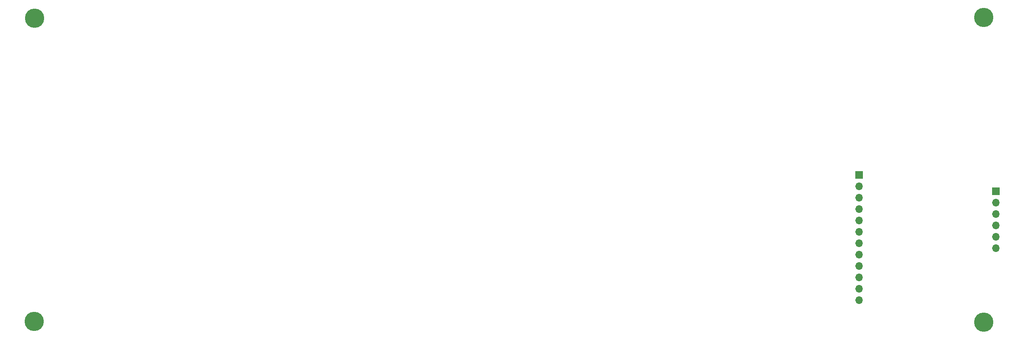
<source format=gbs>
G04 #@! TF.GenerationSoftware,KiCad,Pcbnew,6.0.8-f2edbf62ab~116~ubuntu20.04.1*
G04 #@! TF.CreationDate,2022-10-14T13:30:28-04:00*
G04 #@! TF.ProjectId,developmentboard,64657665-6c6f-4706-9d65-6e74626f6172,rev?*
G04 #@! TF.SameCoordinates,Original*
G04 #@! TF.FileFunction,Soldermask,Bot*
G04 #@! TF.FilePolarity,Negative*
%FSLAX46Y46*%
G04 Gerber Fmt 4.6, Leading zero omitted, Abs format (unit mm)*
G04 Created by KiCad (PCBNEW 6.0.8-f2edbf62ab~116~ubuntu20.04.1) date 2022-10-14 13:30:28*
%MOMM*%
%LPD*%
G01*
G04 APERTURE LIST*
%ADD10C,4.300000*%
%ADD11R,1.700000X1.700000*%
%ADD12O,1.700000X1.700000*%
G04 APERTURE END LIST*
D10*
X255894000Y-52206000D03*
X44354000Y-52356000D03*
D11*
X228092000Y-87371000D03*
D12*
X228092000Y-89911000D03*
X228092000Y-92451000D03*
X228092000Y-94991000D03*
X228092000Y-97531000D03*
X228092000Y-100071000D03*
X228092000Y-102611000D03*
X228092000Y-105151000D03*
X228092000Y-107691000D03*
X228092000Y-110231000D03*
X228092000Y-112771000D03*
X228092000Y-115311000D03*
D10*
X255914000Y-120206000D03*
X44254000Y-120056000D03*
D11*
X258544000Y-91006000D03*
D12*
X258544000Y-93546000D03*
X258544000Y-96086000D03*
X258544000Y-98626000D03*
X258544000Y-101166000D03*
X258544000Y-103706000D03*
M02*

</source>
